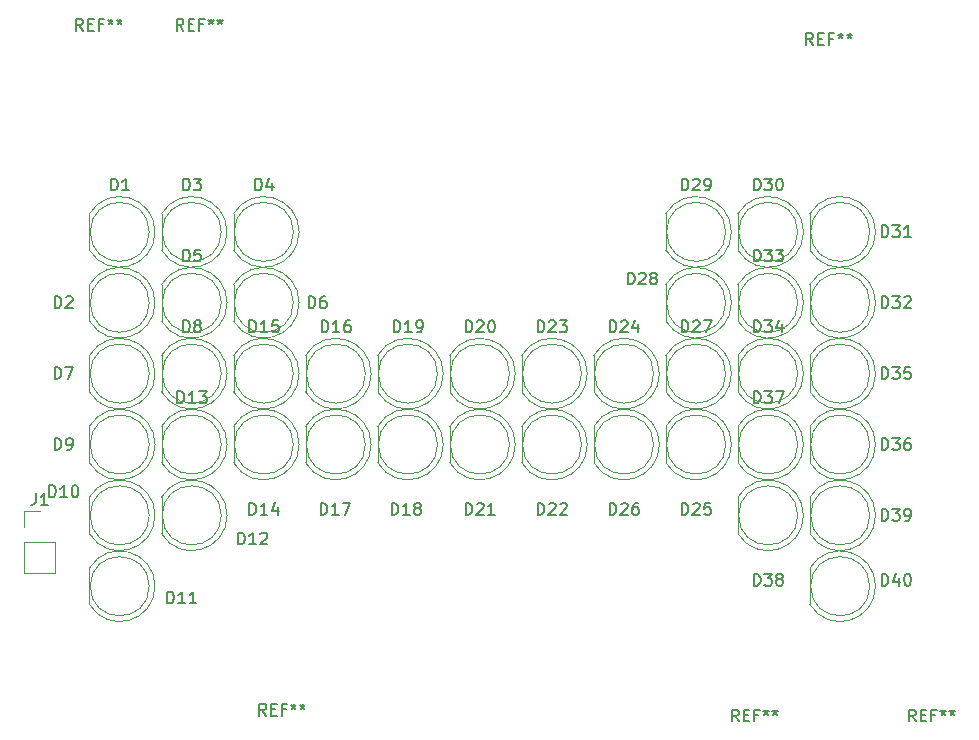
<source format=gbr>
%TF.GenerationSoftware,KiCad,Pcbnew,(5.1.6)-1*%
%TF.CreationDate,2021-04-07T20:28:44-04:00*%
%TF.ProjectId,2020-11-09-Browning-Recon-Force-Advantage-White-LED,32303230-2d31-4312-9d30-392d42726f77,rev?*%
%TF.SameCoordinates,Original*%
%TF.FileFunction,Legend,Top*%
%TF.FilePolarity,Positive*%
%FSLAX46Y46*%
G04 Gerber Fmt 4.6, Leading zero omitted, Abs format (unit mm)*
G04 Created by KiCad (PCBNEW (5.1.6)-1) date 2021-04-07 20:28:44*
%MOMM*%
%LPD*%
G01*
G04 APERTURE LIST*
%ADD10C,0.120000*%
%ADD11C,0.150000*%
G04 APERTURE END LIST*
D10*
%TO.C,D1*%
X140270000Y-76500000D02*
G75*
G03*
X140270000Y-76500000I-2500000J0D01*
G01*
X135210000Y-74955000D02*
X135210000Y-78045000D01*
X140760000Y-76499538D02*
G75*
G02*
X135210000Y-78044830I-2990000J-462D01*
G01*
X140760000Y-76500462D02*
G75*
G03*
X135210000Y-74955170I-2990000J462D01*
G01*
%TO.C,D2*%
X135210000Y-80955000D02*
X135210000Y-84045000D01*
X140270000Y-82500000D02*
G75*
G03*
X140270000Y-82500000I-2500000J0D01*
G01*
X140760000Y-82500462D02*
G75*
G03*
X135210000Y-80955170I-2990000J462D01*
G01*
X140760000Y-82499538D02*
G75*
G02*
X135210000Y-84044830I-2990000J-462D01*
G01*
%TO.C,D3*%
X141310000Y-74955000D02*
X141310000Y-78045000D01*
X146370000Y-76500000D02*
G75*
G03*
X146370000Y-76500000I-2500000J0D01*
G01*
X146860000Y-76500462D02*
G75*
G03*
X141310000Y-74955170I-2990000J462D01*
G01*
X146860000Y-76499538D02*
G75*
G02*
X141310000Y-78044830I-2990000J-462D01*
G01*
%TO.C,D4*%
X152470000Y-76500000D02*
G75*
G03*
X152470000Y-76500000I-2500000J0D01*
G01*
X147410000Y-74955000D02*
X147410000Y-78045000D01*
X152960000Y-76499538D02*
G75*
G02*
X147410000Y-78044830I-2990000J-462D01*
G01*
X152960000Y-76500462D02*
G75*
G03*
X147410000Y-74955170I-2990000J462D01*
G01*
%TO.C,D5*%
X141310000Y-80955000D02*
X141310000Y-84045000D01*
X146370000Y-82500000D02*
G75*
G03*
X146370000Y-82500000I-2500000J0D01*
G01*
X146860000Y-82500462D02*
G75*
G03*
X141310000Y-80955170I-2990000J462D01*
G01*
X146860000Y-82499538D02*
G75*
G02*
X141310000Y-84044830I-2990000J-462D01*
G01*
%TO.C,D6*%
X152470000Y-82500000D02*
G75*
G03*
X152470000Y-82500000I-2500000J0D01*
G01*
X147410000Y-80955000D02*
X147410000Y-84045000D01*
X152960000Y-82499538D02*
G75*
G02*
X147410000Y-84044830I-2990000J-462D01*
G01*
X152960000Y-82500462D02*
G75*
G03*
X147410000Y-80955170I-2990000J462D01*
G01*
%TO.C,D7*%
X135210000Y-86955000D02*
X135210000Y-90045000D01*
X140270000Y-88500000D02*
G75*
G03*
X140270000Y-88500000I-2500000J0D01*
G01*
X140760000Y-88500462D02*
G75*
G03*
X135210000Y-86955170I-2990000J462D01*
G01*
X140760000Y-88499538D02*
G75*
G02*
X135210000Y-90044830I-2990000J-462D01*
G01*
%TO.C,D8*%
X146370000Y-88500000D02*
G75*
G03*
X146370000Y-88500000I-2500000J0D01*
G01*
X141310000Y-86955000D02*
X141310000Y-90045000D01*
X146860000Y-88499538D02*
G75*
G02*
X141310000Y-90044830I-2990000J-462D01*
G01*
X146860000Y-88500462D02*
G75*
G03*
X141310000Y-86955170I-2990000J462D01*
G01*
%TO.C,D9*%
X135210000Y-92955000D02*
X135210000Y-96045000D01*
X140270000Y-94500000D02*
G75*
G03*
X140270000Y-94500000I-2500000J0D01*
G01*
X140760000Y-94500462D02*
G75*
G03*
X135210000Y-92955170I-2990000J462D01*
G01*
X140760000Y-94499538D02*
G75*
G02*
X135210000Y-96044830I-2990000J-462D01*
G01*
%TO.C,D10*%
X140270000Y-100500000D02*
G75*
G03*
X140270000Y-100500000I-2500000J0D01*
G01*
X135210000Y-98955000D02*
X135210000Y-102045000D01*
X140760000Y-100499538D02*
G75*
G02*
X135210000Y-102044830I-2990000J-462D01*
G01*
X140760000Y-100500462D02*
G75*
G03*
X135210000Y-98955170I-2990000J462D01*
G01*
%TO.C,D11*%
X135210000Y-104955000D02*
X135210000Y-108045000D01*
X140270000Y-106500000D02*
G75*
G03*
X140270000Y-106500000I-2500000J0D01*
G01*
X140760000Y-106500462D02*
G75*
G03*
X135210000Y-104955170I-2990000J462D01*
G01*
X140760000Y-106499538D02*
G75*
G02*
X135210000Y-108044830I-2990000J-462D01*
G01*
%TO.C,D12*%
X146370000Y-100500000D02*
G75*
G03*
X146370000Y-100500000I-2500000J0D01*
G01*
X141310000Y-98955000D02*
X141310000Y-102045000D01*
X146860000Y-100499538D02*
G75*
G02*
X141310000Y-102044830I-2990000J-462D01*
G01*
X146860000Y-100500462D02*
G75*
G03*
X141310000Y-98955170I-2990000J462D01*
G01*
%TO.C,D13*%
X141310000Y-92955000D02*
X141310000Y-96045000D01*
X146370000Y-94500000D02*
G75*
G03*
X146370000Y-94500000I-2500000J0D01*
G01*
X146860000Y-94500462D02*
G75*
G03*
X141310000Y-92955170I-2990000J462D01*
G01*
X146860000Y-94499538D02*
G75*
G02*
X141310000Y-96044830I-2990000J-462D01*
G01*
%TO.C,D14*%
X152470000Y-94500000D02*
G75*
G03*
X152470000Y-94500000I-2500000J0D01*
G01*
X147410000Y-92955000D02*
X147410000Y-96045000D01*
X152960000Y-94499538D02*
G75*
G02*
X147410000Y-96044830I-2990000J-462D01*
G01*
X152960000Y-94500462D02*
G75*
G03*
X147410000Y-92955170I-2990000J462D01*
G01*
%TO.C,D15*%
X147410000Y-86955000D02*
X147410000Y-90045000D01*
X152470000Y-88500000D02*
G75*
G03*
X152470000Y-88500000I-2500000J0D01*
G01*
X152960000Y-88500462D02*
G75*
G03*
X147410000Y-86955170I-2990000J462D01*
G01*
X152960000Y-88499538D02*
G75*
G02*
X147410000Y-90044830I-2990000J-462D01*
G01*
%TO.C,D16*%
X158570000Y-88500000D02*
G75*
G03*
X158570000Y-88500000I-2500000J0D01*
G01*
X153510000Y-86955000D02*
X153510000Y-90045000D01*
X159060000Y-88499538D02*
G75*
G02*
X153510000Y-90044830I-2990000J-462D01*
G01*
X159060000Y-88500462D02*
G75*
G03*
X153510000Y-86955170I-2990000J462D01*
G01*
%TO.C,D17*%
X153510000Y-92955000D02*
X153510000Y-96045000D01*
X158570000Y-94500000D02*
G75*
G03*
X158570000Y-94500000I-2500000J0D01*
G01*
X159060000Y-94500462D02*
G75*
G03*
X153510000Y-92955170I-2990000J462D01*
G01*
X159060000Y-94499538D02*
G75*
G02*
X153510000Y-96044830I-2990000J-462D01*
G01*
%TO.C,D18*%
X164670000Y-94500000D02*
G75*
G03*
X164670000Y-94500000I-2500000J0D01*
G01*
X159610000Y-92955000D02*
X159610000Y-96045000D01*
X165160000Y-94499538D02*
G75*
G02*
X159610000Y-96044830I-2990000J-462D01*
G01*
X165160000Y-94500462D02*
G75*
G03*
X159610000Y-92955170I-2990000J462D01*
G01*
%TO.C,D19*%
X159610000Y-86955000D02*
X159610000Y-90045000D01*
X164670000Y-88500000D02*
G75*
G03*
X164670000Y-88500000I-2500000J0D01*
G01*
X165160000Y-88500462D02*
G75*
G03*
X159610000Y-86955170I-2990000J462D01*
G01*
X165160000Y-88499538D02*
G75*
G02*
X159610000Y-90044830I-2990000J-462D01*
G01*
%TO.C,D20*%
X165710000Y-86955000D02*
X165710000Y-90045000D01*
X170770000Y-88500000D02*
G75*
G03*
X170770000Y-88500000I-2500000J0D01*
G01*
X171260000Y-88500462D02*
G75*
G03*
X165710000Y-86955170I-2990000J462D01*
G01*
X171260000Y-88499538D02*
G75*
G02*
X165710000Y-90044830I-2990000J-462D01*
G01*
%TO.C,D21*%
X170770000Y-94500000D02*
G75*
G03*
X170770000Y-94500000I-2500000J0D01*
G01*
X165710000Y-92955000D02*
X165710000Y-96045000D01*
X171260000Y-94499538D02*
G75*
G02*
X165710000Y-96044830I-2990000J-462D01*
G01*
X171260000Y-94500462D02*
G75*
G03*
X165710000Y-92955170I-2990000J462D01*
G01*
%TO.C,D22*%
X176870000Y-94500000D02*
G75*
G03*
X176870000Y-94500000I-2500000J0D01*
G01*
X171810000Y-92955000D02*
X171810000Y-96045000D01*
X177360000Y-94499538D02*
G75*
G02*
X171810000Y-96044830I-2990000J-462D01*
G01*
X177360000Y-94500462D02*
G75*
G03*
X171810000Y-92955170I-2990000J462D01*
G01*
%TO.C,D23*%
X171810000Y-86955000D02*
X171810000Y-90045000D01*
X176870000Y-88500000D02*
G75*
G03*
X176870000Y-88500000I-2500000J0D01*
G01*
X177360000Y-88500462D02*
G75*
G03*
X171810000Y-86955170I-2990000J462D01*
G01*
X177360000Y-88499538D02*
G75*
G02*
X171810000Y-90044830I-2990000J-462D01*
G01*
%TO.C,D24*%
X182970000Y-88500000D02*
G75*
G03*
X182970000Y-88500000I-2500000J0D01*
G01*
X177910000Y-86955000D02*
X177910000Y-90045000D01*
X183460000Y-88499538D02*
G75*
G02*
X177910000Y-90044830I-2990000J-462D01*
G01*
X183460000Y-88500462D02*
G75*
G03*
X177910000Y-86955170I-2990000J462D01*
G01*
%TO.C,D25*%
X184010000Y-92955000D02*
X184010000Y-96045000D01*
X189070000Y-94500000D02*
G75*
G03*
X189070000Y-94500000I-2500000J0D01*
G01*
X189560000Y-94500462D02*
G75*
G03*
X184010000Y-92955170I-2990000J462D01*
G01*
X189560000Y-94499538D02*
G75*
G02*
X184010000Y-96044830I-2990000J-462D01*
G01*
%TO.C,D26*%
X182970000Y-94500000D02*
G75*
G03*
X182970000Y-94500000I-2500000J0D01*
G01*
X177910000Y-92955000D02*
X177910000Y-96045000D01*
X183460000Y-94499538D02*
G75*
G02*
X177910000Y-96044830I-2990000J-462D01*
G01*
X183460000Y-94500462D02*
G75*
G03*
X177910000Y-92955170I-2990000J462D01*
G01*
%TO.C,D27*%
X184010000Y-86955000D02*
X184010000Y-90045000D01*
X189070000Y-88500000D02*
G75*
G03*
X189070000Y-88500000I-2500000J0D01*
G01*
X189560000Y-88500462D02*
G75*
G03*
X184010000Y-86955170I-2990000J462D01*
G01*
X189560000Y-88499538D02*
G75*
G02*
X184010000Y-90044830I-2990000J-462D01*
G01*
%TO.C,D28*%
X189070000Y-82500000D02*
G75*
G03*
X189070000Y-82500000I-2500000J0D01*
G01*
X184010000Y-80955000D02*
X184010000Y-84045000D01*
X189560000Y-82499538D02*
G75*
G02*
X184010000Y-84044830I-2990000J-462D01*
G01*
X189560000Y-82500462D02*
G75*
G03*
X184010000Y-80955170I-2990000J462D01*
G01*
%TO.C,D29*%
X184010000Y-74955000D02*
X184010000Y-78045000D01*
X189070000Y-76500000D02*
G75*
G03*
X189070000Y-76500000I-2500000J0D01*
G01*
X189560000Y-76500462D02*
G75*
G03*
X184010000Y-74955170I-2990000J462D01*
G01*
X189560000Y-76499538D02*
G75*
G02*
X184010000Y-78044830I-2990000J-462D01*
G01*
%TO.C,D30*%
X195170000Y-76500000D02*
G75*
G03*
X195170000Y-76500000I-2500000J0D01*
G01*
X190110000Y-74955000D02*
X190110000Y-78045000D01*
X195660000Y-76499538D02*
G75*
G02*
X190110000Y-78044830I-2990000J-462D01*
G01*
X195660000Y-76500462D02*
G75*
G03*
X190110000Y-74955170I-2990000J462D01*
G01*
%TO.C,D31*%
X196210000Y-74955000D02*
X196210000Y-78045000D01*
X201270000Y-76500000D02*
G75*
G03*
X201270000Y-76500000I-2500000J0D01*
G01*
X201760000Y-76500462D02*
G75*
G03*
X196210000Y-74955170I-2990000J462D01*
G01*
X201760000Y-76499538D02*
G75*
G02*
X196210000Y-78044830I-2990000J-462D01*
G01*
%TO.C,D32*%
X201270000Y-82500000D02*
G75*
G03*
X201270000Y-82500000I-2500000J0D01*
G01*
X196210000Y-80955000D02*
X196210000Y-84045000D01*
X201760000Y-82499538D02*
G75*
G02*
X196210000Y-84044830I-2990000J-462D01*
G01*
X201760000Y-82500462D02*
G75*
G03*
X196210000Y-80955170I-2990000J462D01*
G01*
%TO.C,D33*%
X190110000Y-80955000D02*
X190110000Y-84045000D01*
X195170000Y-82500000D02*
G75*
G03*
X195170000Y-82500000I-2500000J0D01*
G01*
X195660000Y-82500462D02*
G75*
G03*
X190110000Y-80955170I-2990000J462D01*
G01*
X195660000Y-82499538D02*
G75*
G02*
X190110000Y-84044830I-2990000J-462D01*
G01*
%TO.C,D34*%
X195170000Y-88500000D02*
G75*
G03*
X195170000Y-88500000I-2500000J0D01*
G01*
X190110000Y-86955000D02*
X190110000Y-90045000D01*
X195660000Y-88499538D02*
G75*
G02*
X190110000Y-90044830I-2990000J-462D01*
G01*
X195660000Y-88500462D02*
G75*
G03*
X190110000Y-86955170I-2990000J462D01*
G01*
%TO.C,D35*%
X196210000Y-86955000D02*
X196210000Y-90045000D01*
X201270000Y-88500000D02*
G75*
G03*
X201270000Y-88500000I-2500000J0D01*
G01*
X201760000Y-88500462D02*
G75*
G03*
X196210000Y-86955170I-2990000J462D01*
G01*
X201760000Y-88499538D02*
G75*
G02*
X196210000Y-90044830I-2990000J-462D01*
G01*
%TO.C,D36*%
X201270000Y-94500000D02*
G75*
G03*
X201270000Y-94500000I-2500000J0D01*
G01*
X196210000Y-92955000D02*
X196210000Y-96045000D01*
X201760000Y-94499538D02*
G75*
G02*
X196210000Y-96044830I-2990000J-462D01*
G01*
X201760000Y-94500462D02*
G75*
G03*
X196210000Y-92955170I-2990000J462D01*
G01*
%TO.C,D37*%
X190110000Y-92955000D02*
X190110000Y-96045000D01*
X195170000Y-94500000D02*
G75*
G03*
X195170000Y-94500000I-2500000J0D01*
G01*
X195660000Y-94500462D02*
G75*
G03*
X190110000Y-92955170I-2990000J462D01*
G01*
X195660000Y-94499538D02*
G75*
G02*
X190110000Y-96044830I-2990000J-462D01*
G01*
%TO.C,D38*%
X195170000Y-100500000D02*
G75*
G03*
X195170000Y-100500000I-2500000J0D01*
G01*
X190110000Y-98955000D02*
X190110000Y-102045000D01*
X195660000Y-100499538D02*
G75*
G02*
X190110000Y-102044830I-2990000J-462D01*
G01*
X195660000Y-100500462D02*
G75*
G03*
X190110000Y-98955170I-2990000J462D01*
G01*
%TO.C,D39*%
X196210000Y-98955000D02*
X196210000Y-102045000D01*
X201270000Y-100500000D02*
G75*
G03*
X201270000Y-100500000I-2500000J0D01*
G01*
X201760000Y-100500462D02*
G75*
G03*
X196210000Y-98955170I-2990000J462D01*
G01*
X201760000Y-100499538D02*
G75*
G02*
X196210000Y-102044830I-2990000J-462D01*
G01*
%TO.C,D40*%
X201270000Y-106500000D02*
G75*
G03*
X201270000Y-106500000I-2500000J0D01*
G01*
X196210000Y-104955000D02*
X196210000Y-108045000D01*
X201760000Y-106499538D02*
G75*
G02*
X196210000Y-108044830I-2990000J-462D01*
G01*
X201760000Y-106500462D02*
G75*
G03*
X196210000Y-104955170I-2990000J462D01*
G01*
%TO.C,J1*%
X129670000Y-100170000D02*
X131000000Y-100170000D01*
X129670000Y-101500000D02*
X129670000Y-100170000D01*
X129670000Y-102770000D02*
X132330000Y-102770000D01*
X132330000Y-102770000D02*
X132330000Y-105370000D01*
X129670000Y-102770000D02*
X129670000Y-105370000D01*
X129670000Y-105370000D02*
X132330000Y-105370000D01*
%TO.C,REF\u002A\u002A*%
D11*
X190166666Y-117952380D02*
X189833333Y-117476190D01*
X189595238Y-117952380D02*
X189595238Y-116952380D01*
X189976190Y-116952380D01*
X190071428Y-117000000D01*
X190119047Y-117047619D01*
X190166666Y-117142857D01*
X190166666Y-117285714D01*
X190119047Y-117380952D01*
X190071428Y-117428571D01*
X189976190Y-117476190D01*
X189595238Y-117476190D01*
X190595238Y-117428571D02*
X190928571Y-117428571D01*
X191071428Y-117952380D02*
X190595238Y-117952380D01*
X190595238Y-116952380D01*
X191071428Y-116952380D01*
X191833333Y-117428571D02*
X191500000Y-117428571D01*
X191500000Y-117952380D02*
X191500000Y-116952380D01*
X191976190Y-116952380D01*
X192500000Y-116952380D02*
X192500000Y-117190476D01*
X192261904Y-117095238D02*
X192500000Y-117190476D01*
X192738095Y-117095238D01*
X192357142Y-117380952D02*
X192500000Y-117190476D01*
X192642857Y-117380952D01*
X193261904Y-116952380D02*
X193261904Y-117190476D01*
X193023809Y-117095238D02*
X193261904Y-117190476D01*
X193500000Y-117095238D01*
X193119047Y-117380952D02*
X193261904Y-117190476D01*
X193404761Y-117380952D01*
X143166666Y-59452380D02*
X142833333Y-58976190D01*
X142595238Y-59452380D02*
X142595238Y-58452380D01*
X142976190Y-58452380D01*
X143071428Y-58500000D01*
X143119047Y-58547619D01*
X143166666Y-58642857D01*
X143166666Y-58785714D01*
X143119047Y-58880952D01*
X143071428Y-58928571D01*
X142976190Y-58976190D01*
X142595238Y-58976190D01*
X143595238Y-58928571D02*
X143928571Y-58928571D01*
X144071428Y-59452380D02*
X143595238Y-59452380D01*
X143595238Y-58452380D01*
X144071428Y-58452380D01*
X144833333Y-58928571D02*
X144500000Y-58928571D01*
X144500000Y-59452380D02*
X144500000Y-58452380D01*
X144976190Y-58452380D01*
X145500000Y-58452380D02*
X145500000Y-58690476D01*
X145261904Y-58595238D02*
X145500000Y-58690476D01*
X145738095Y-58595238D01*
X145357142Y-58880952D02*
X145500000Y-58690476D01*
X145642857Y-58880952D01*
X146261904Y-58452380D02*
X146261904Y-58690476D01*
X146023809Y-58595238D02*
X146261904Y-58690476D01*
X146500000Y-58595238D01*
X146119047Y-58880952D02*
X146261904Y-58690476D01*
X146404761Y-58880952D01*
X205166666Y-117952380D02*
X204833333Y-117476190D01*
X204595238Y-117952380D02*
X204595238Y-116952380D01*
X204976190Y-116952380D01*
X205071428Y-117000000D01*
X205119047Y-117047619D01*
X205166666Y-117142857D01*
X205166666Y-117285714D01*
X205119047Y-117380952D01*
X205071428Y-117428571D01*
X204976190Y-117476190D01*
X204595238Y-117476190D01*
X205595238Y-117428571D02*
X205928571Y-117428571D01*
X206071428Y-117952380D02*
X205595238Y-117952380D01*
X205595238Y-116952380D01*
X206071428Y-116952380D01*
X206833333Y-117428571D02*
X206500000Y-117428571D01*
X206500000Y-117952380D02*
X206500000Y-116952380D01*
X206976190Y-116952380D01*
X207500000Y-116952380D02*
X207500000Y-117190476D01*
X207261904Y-117095238D02*
X207500000Y-117190476D01*
X207738095Y-117095238D01*
X207357142Y-117380952D02*
X207500000Y-117190476D01*
X207642857Y-117380952D01*
X208261904Y-116952380D02*
X208261904Y-117190476D01*
X208023809Y-117095238D02*
X208261904Y-117190476D01*
X208500000Y-117095238D01*
X208119047Y-117380952D02*
X208261904Y-117190476D01*
X208404761Y-117380952D01*
X150166666Y-117452380D02*
X149833333Y-116976190D01*
X149595238Y-117452380D02*
X149595238Y-116452380D01*
X149976190Y-116452380D01*
X150071428Y-116500000D01*
X150119047Y-116547619D01*
X150166666Y-116642857D01*
X150166666Y-116785714D01*
X150119047Y-116880952D01*
X150071428Y-116928571D01*
X149976190Y-116976190D01*
X149595238Y-116976190D01*
X150595238Y-116928571D02*
X150928571Y-116928571D01*
X151071428Y-117452380D02*
X150595238Y-117452380D01*
X150595238Y-116452380D01*
X151071428Y-116452380D01*
X151833333Y-116928571D02*
X151500000Y-116928571D01*
X151500000Y-117452380D02*
X151500000Y-116452380D01*
X151976190Y-116452380D01*
X152500000Y-116452380D02*
X152500000Y-116690476D01*
X152261904Y-116595238D02*
X152500000Y-116690476D01*
X152738095Y-116595238D01*
X152357142Y-116880952D02*
X152500000Y-116690476D01*
X152642857Y-116880952D01*
X153261904Y-116452380D02*
X153261904Y-116690476D01*
X153023809Y-116595238D02*
X153261904Y-116690476D01*
X153500000Y-116595238D01*
X153119047Y-116880952D02*
X153261904Y-116690476D01*
X153404761Y-116880952D01*
X134666666Y-59452380D02*
X134333333Y-58976190D01*
X134095238Y-59452380D02*
X134095238Y-58452380D01*
X134476190Y-58452380D01*
X134571428Y-58500000D01*
X134619047Y-58547619D01*
X134666666Y-58642857D01*
X134666666Y-58785714D01*
X134619047Y-58880952D01*
X134571428Y-58928571D01*
X134476190Y-58976190D01*
X134095238Y-58976190D01*
X135095238Y-58928571D02*
X135428571Y-58928571D01*
X135571428Y-59452380D02*
X135095238Y-59452380D01*
X135095238Y-58452380D01*
X135571428Y-58452380D01*
X136333333Y-58928571D02*
X136000000Y-58928571D01*
X136000000Y-59452380D02*
X136000000Y-58452380D01*
X136476190Y-58452380D01*
X137000000Y-58452380D02*
X137000000Y-58690476D01*
X136761904Y-58595238D02*
X137000000Y-58690476D01*
X137238095Y-58595238D01*
X136857142Y-58880952D02*
X137000000Y-58690476D01*
X137142857Y-58880952D01*
X137761904Y-58452380D02*
X137761904Y-58690476D01*
X137523809Y-58595238D02*
X137761904Y-58690476D01*
X138000000Y-58595238D01*
X137619047Y-58880952D02*
X137761904Y-58690476D01*
X137904761Y-58880952D01*
X196466666Y-60652380D02*
X196133333Y-60176190D01*
X195895238Y-60652380D02*
X195895238Y-59652380D01*
X196276190Y-59652380D01*
X196371428Y-59700000D01*
X196419047Y-59747619D01*
X196466666Y-59842857D01*
X196466666Y-59985714D01*
X196419047Y-60080952D01*
X196371428Y-60128571D01*
X196276190Y-60176190D01*
X195895238Y-60176190D01*
X196895238Y-60128571D02*
X197228571Y-60128571D01*
X197371428Y-60652380D02*
X196895238Y-60652380D01*
X196895238Y-59652380D01*
X197371428Y-59652380D01*
X198133333Y-60128571D02*
X197800000Y-60128571D01*
X197800000Y-60652380D02*
X197800000Y-59652380D01*
X198276190Y-59652380D01*
X198800000Y-59652380D02*
X198800000Y-59890476D01*
X198561904Y-59795238D02*
X198800000Y-59890476D01*
X199038095Y-59795238D01*
X198657142Y-60080952D02*
X198800000Y-59890476D01*
X198942857Y-60080952D01*
X199561904Y-59652380D02*
X199561904Y-59890476D01*
X199323809Y-59795238D02*
X199561904Y-59890476D01*
X199800000Y-59795238D01*
X199419047Y-60080952D02*
X199561904Y-59890476D01*
X199704761Y-60080952D01*
%TO.C,D1*%
X137031904Y-72992380D02*
X137031904Y-71992380D01*
X137270000Y-71992380D01*
X137412857Y-72040000D01*
X137508095Y-72135238D01*
X137555714Y-72230476D01*
X137603333Y-72420952D01*
X137603333Y-72563809D01*
X137555714Y-72754285D01*
X137508095Y-72849523D01*
X137412857Y-72944761D01*
X137270000Y-72992380D01*
X137031904Y-72992380D01*
X138555714Y-72992380D02*
X137984285Y-72992380D01*
X138270000Y-72992380D02*
X138270000Y-71992380D01*
X138174761Y-72135238D01*
X138079523Y-72230476D01*
X137984285Y-72278095D01*
%TO.C,D2*%
X132261904Y-82952380D02*
X132261904Y-81952380D01*
X132500000Y-81952380D01*
X132642857Y-82000000D01*
X132738095Y-82095238D01*
X132785714Y-82190476D01*
X132833333Y-82380952D01*
X132833333Y-82523809D01*
X132785714Y-82714285D01*
X132738095Y-82809523D01*
X132642857Y-82904761D01*
X132500000Y-82952380D01*
X132261904Y-82952380D01*
X133214285Y-82047619D02*
X133261904Y-82000000D01*
X133357142Y-81952380D01*
X133595238Y-81952380D01*
X133690476Y-82000000D01*
X133738095Y-82047619D01*
X133785714Y-82142857D01*
X133785714Y-82238095D01*
X133738095Y-82380952D01*
X133166666Y-82952380D01*
X133785714Y-82952380D01*
%TO.C,D3*%
X143131904Y-72992380D02*
X143131904Y-71992380D01*
X143370000Y-71992380D01*
X143512857Y-72040000D01*
X143608095Y-72135238D01*
X143655714Y-72230476D01*
X143703333Y-72420952D01*
X143703333Y-72563809D01*
X143655714Y-72754285D01*
X143608095Y-72849523D01*
X143512857Y-72944761D01*
X143370000Y-72992380D01*
X143131904Y-72992380D01*
X144036666Y-71992380D02*
X144655714Y-71992380D01*
X144322380Y-72373333D01*
X144465238Y-72373333D01*
X144560476Y-72420952D01*
X144608095Y-72468571D01*
X144655714Y-72563809D01*
X144655714Y-72801904D01*
X144608095Y-72897142D01*
X144560476Y-72944761D01*
X144465238Y-72992380D01*
X144179523Y-72992380D01*
X144084285Y-72944761D01*
X144036666Y-72897142D01*
%TO.C,D4*%
X149231904Y-72992380D02*
X149231904Y-71992380D01*
X149470000Y-71992380D01*
X149612857Y-72040000D01*
X149708095Y-72135238D01*
X149755714Y-72230476D01*
X149803333Y-72420952D01*
X149803333Y-72563809D01*
X149755714Y-72754285D01*
X149708095Y-72849523D01*
X149612857Y-72944761D01*
X149470000Y-72992380D01*
X149231904Y-72992380D01*
X150660476Y-72325714D02*
X150660476Y-72992380D01*
X150422380Y-71944761D02*
X150184285Y-72659047D01*
X150803333Y-72659047D01*
%TO.C,D5*%
X143131904Y-78992380D02*
X143131904Y-77992380D01*
X143370000Y-77992380D01*
X143512857Y-78040000D01*
X143608095Y-78135238D01*
X143655714Y-78230476D01*
X143703333Y-78420952D01*
X143703333Y-78563809D01*
X143655714Y-78754285D01*
X143608095Y-78849523D01*
X143512857Y-78944761D01*
X143370000Y-78992380D01*
X143131904Y-78992380D01*
X144608095Y-77992380D02*
X144131904Y-77992380D01*
X144084285Y-78468571D01*
X144131904Y-78420952D01*
X144227142Y-78373333D01*
X144465238Y-78373333D01*
X144560476Y-78420952D01*
X144608095Y-78468571D01*
X144655714Y-78563809D01*
X144655714Y-78801904D01*
X144608095Y-78897142D01*
X144560476Y-78944761D01*
X144465238Y-78992380D01*
X144227142Y-78992380D01*
X144131904Y-78944761D01*
X144084285Y-78897142D01*
%TO.C,D6*%
X153761904Y-82952380D02*
X153761904Y-81952380D01*
X154000000Y-81952380D01*
X154142857Y-82000000D01*
X154238095Y-82095238D01*
X154285714Y-82190476D01*
X154333333Y-82380952D01*
X154333333Y-82523809D01*
X154285714Y-82714285D01*
X154238095Y-82809523D01*
X154142857Y-82904761D01*
X154000000Y-82952380D01*
X153761904Y-82952380D01*
X155190476Y-81952380D02*
X155000000Y-81952380D01*
X154904761Y-82000000D01*
X154857142Y-82047619D01*
X154761904Y-82190476D01*
X154714285Y-82380952D01*
X154714285Y-82761904D01*
X154761904Y-82857142D01*
X154809523Y-82904761D01*
X154904761Y-82952380D01*
X155095238Y-82952380D01*
X155190476Y-82904761D01*
X155238095Y-82857142D01*
X155285714Y-82761904D01*
X155285714Y-82523809D01*
X155238095Y-82428571D01*
X155190476Y-82380952D01*
X155095238Y-82333333D01*
X154904761Y-82333333D01*
X154809523Y-82380952D01*
X154761904Y-82428571D01*
X154714285Y-82523809D01*
%TO.C,D7*%
X132261904Y-88952380D02*
X132261904Y-87952380D01*
X132500000Y-87952380D01*
X132642857Y-88000000D01*
X132738095Y-88095238D01*
X132785714Y-88190476D01*
X132833333Y-88380952D01*
X132833333Y-88523809D01*
X132785714Y-88714285D01*
X132738095Y-88809523D01*
X132642857Y-88904761D01*
X132500000Y-88952380D01*
X132261904Y-88952380D01*
X133166666Y-87952380D02*
X133833333Y-87952380D01*
X133404761Y-88952380D01*
%TO.C,D8*%
X143131904Y-84992380D02*
X143131904Y-83992380D01*
X143370000Y-83992380D01*
X143512857Y-84040000D01*
X143608095Y-84135238D01*
X143655714Y-84230476D01*
X143703333Y-84420952D01*
X143703333Y-84563809D01*
X143655714Y-84754285D01*
X143608095Y-84849523D01*
X143512857Y-84944761D01*
X143370000Y-84992380D01*
X143131904Y-84992380D01*
X144274761Y-84420952D02*
X144179523Y-84373333D01*
X144131904Y-84325714D01*
X144084285Y-84230476D01*
X144084285Y-84182857D01*
X144131904Y-84087619D01*
X144179523Y-84040000D01*
X144274761Y-83992380D01*
X144465238Y-83992380D01*
X144560476Y-84040000D01*
X144608095Y-84087619D01*
X144655714Y-84182857D01*
X144655714Y-84230476D01*
X144608095Y-84325714D01*
X144560476Y-84373333D01*
X144465238Y-84420952D01*
X144274761Y-84420952D01*
X144179523Y-84468571D01*
X144131904Y-84516190D01*
X144084285Y-84611428D01*
X144084285Y-84801904D01*
X144131904Y-84897142D01*
X144179523Y-84944761D01*
X144274761Y-84992380D01*
X144465238Y-84992380D01*
X144560476Y-84944761D01*
X144608095Y-84897142D01*
X144655714Y-84801904D01*
X144655714Y-84611428D01*
X144608095Y-84516190D01*
X144560476Y-84468571D01*
X144465238Y-84420952D01*
%TO.C,D9*%
X132261904Y-94952380D02*
X132261904Y-93952380D01*
X132500000Y-93952380D01*
X132642857Y-94000000D01*
X132738095Y-94095238D01*
X132785714Y-94190476D01*
X132833333Y-94380952D01*
X132833333Y-94523809D01*
X132785714Y-94714285D01*
X132738095Y-94809523D01*
X132642857Y-94904761D01*
X132500000Y-94952380D01*
X132261904Y-94952380D01*
X133309523Y-94952380D02*
X133500000Y-94952380D01*
X133595238Y-94904761D01*
X133642857Y-94857142D01*
X133738095Y-94714285D01*
X133785714Y-94523809D01*
X133785714Y-94142857D01*
X133738095Y-94047619D01*
X133690476Y-94000000D01*
X133595238Y-93952380D01*
X133404761Y-93952380D01*
X133309523Y-94000000D01*
X133261904Y-94047619D01*
X133214285Y-94142857D01*
X133214285Y-94380952D01*
X133261904Y-94476190D01*
X133309523Y-94523809D01*
X133404761Y-94571428D01*
X133595238Y-94571428D01*
X133690476Y-94523809D01*
X133738095Y-94476190D01*
X133785714Y-94380952D01*
%TO.C,D10*%
X131785714Y-98952380D02*
X131785714Y-97952380D01*
X132023809Y-97952380D01*
X132166666Y-98000000D01*
X132261904Y-98095238D01*
X132309523Y-98190476D01*
X132357142Y-98380952D01*
X132357142Y-98523809D01*
X132309523Y-98714285D01*
X132261904Y-98809523D01*
X132166666Y-98904761D01*
X132023809Y-98952380D01*
X131785714Y-98952380D01*
X133309523Y-98952380D02*
X132738095Y-98952380D01*
X133023809Y-98952380D02*
X133023809Y-97952380D01*
X132928571Y-98095238D01*
X132833333Y-98190476D01*
X132738095Y-98238095D01*
X133928571Y-97952380D02*
X134023809Y-97952380D01*
X134119047Y-98000000D01*
X134166666Y-98047619D01*
X134214285Y-98142857D01*
X134261904Y-98333333D01*
X134261904Y-98571428D01*
X134214285Y-98761904D01*
X134166666Y-98857142D01*
X134119047Y-98904761D01*
X134023809Y-98952380D01*
X133928571Y-98952380D01*
X133833333Y-98904761D01*
X133785714Y-98857142D01*
X133738095Y-98761904D01*
X133690476Y-98571428D01*
X133690476Y-98333333D01*
X133738095Y-98142857D01*
X133785714Y-98047619D01*
X133833333Y-98000000D01*
X133928571Y-97952380D01*
%TO.C,D11*%
X141785714Y-107952380D02*
X141785714Y-106952380D01*
X142023809Y-106952380D01*
X142166666Y-107000000D01*
X142261904Y-107095238D01*
X142309523Y-107190476D01*
X142357142Y-107380952D01*
X142357142Y-107523809D01*
X142309523Y-107714285D01*
X142261904Y-107809523D01*
X142166666Y-107904761D01*
X142023809Y-107952380D01*
X141785714Y-107952380D01*
X143309523Y-107952380D02*
X142738095Y-107952380D01*
X143023809Y-107952380D02*
X143023809Y-106952380D01*
X142928571Y-107095238D01*
X142833333Y-107190476D01*
X142738095Y-107238095D01*
X144261904Y-107952380D02*
X143690476Y-107952380D01*
X143976190Y-107952380D02*
X143976190Y-106952380D01*
X143880952Y-107095238D01*
X143785714Y-107190476D01*
X143690476Y-107238095D01*
%TO.C,D12*%
X147785714Y-102952380D02*
X147785714Y-101952380D01*
X148023809Y-101952380D01*
X148166666Y-102000000D01*
X148261904Y-102095238D01*
X148309523Y-102190476D01*
X148357142Y-102380952D01*
X148357142Y-102523809D01*
X148309523Y-102714285D01*
X148261904Y-102809523D01*
X148166666Y-102904761D01*
X148023809Y-102952380D01*
X147785714Y-102952380D01*
X149309523Y-102952380D02*
X148738095Y-102952380D01*
X149023809Y-102952380D02*
X149023809Y-101952380D01*
X148928571Y-102095238D01*
X148833333Y-102190476D01*
X148738095Y-102238095D01*
X149690476Y-102047619D02*
X149738095Y-102000000D01*
X149833333Y-101952380D01*
X150071428Y-101952380D01*
X150166666Y-102000000D01*
X150214285Y-102047619D01*
X150261904Y-102142857D01*
X150261904Y-102238095D01*
X150214285Y-102380952D01*
X149642857Y-102952380D01*
X150261904Y-102952380D01*
%TO.C,D13*%
X142655714Y-90992380D02*
X142655714Y-89992380D01*
X142893809Y-89992380D01*
X143036666Y-90040000D01*
X143131904Y-90135238D01*
X143179523Y-90230476D01*
X143227142Y-90420952D01*
X143227142Y-90563809D01*
X143179523Y-90754285D01*
X143131904Y-90849523D01*
X143036666Y-90944761D01*
X142893809Y-90992380D01*
X142655714Y-90992380D01*
X144179523Y-90992380D02*
X143608095Y-90992380D01*
X143893809Y-90992380D02*
X143893809Y-89992380D01*
X143798571Y-90135238D01*
X143703333Y-90230476D01*
X143608095Y-90278095D01*
X144512857Y-89992380D02*
X145131904Y-89992380D01*
X144798571Y-90373333D01*
X144941428Y-90373333D01*
X145036666Y-90420952D01*
X145084285Y-90468571D01*
X145131904Y-90563809D01*
X145131904Y-90801904D01*
X145084285Y-90897142D01*
X145036666Y-90944761D01*
X144941428Y-90992380D01*
X144655714Y-90992380D01*
X144560476Y-90944761D01*
X144512857Y-90897142D01*
%TO.C,D14*%
X148755714Y-100452380D02*
X148755714Y-99452380D01*
X148993809Y-99452380D01*
X149136666Y-99500000D01*
X149231904Y-99595238D01*
X149279523Y-99690476D01*
X149327142Y-99880952D01*
X149327142Y-100023809D01*
X149279523Y-100214285D01*
X149231904Y-100309523D01*
X149136666Y-100404761D01*
X148993809Y-100452380D01*
X148755714Y-100452380D01*
X150279523Y-100452380D02*
X149708095Y-100452380D01*
X149993809Y-100452380D02*
X149993809Y-99452380D01*
X149898571Y-99595238D01*
X149803333Y-99690476D01*
X149708095Y-99738095D01*
X151136666Y-99785714D02*
X151136666Y-100452380D01*
X150898571Y-99404761D02*
X150660476Y-100119047D01*
X151279523Y-100119047D01*
%TO.C,D15*%
X148755714Y-84992380D02*
X148755714Y-83992380D01*
X148993809Y-83992380D01*
X149136666Y-84040000D01*
X149231904Y-84135238D01*
X149279523Y-84230476D01*
X149327142Y-84420952D01*
X149327142Y-84563809D01*
X149279523Y-84754285D01*
X149231904Y-84849523D01*
X149136666Y-84944761D01*
X148993809Y-84992380D01*
X148755714Y-84992380D01*
X150279523Y-84992380D02*
X149708095Y-84992380D01*
X149993809Y-84992380D02*
X149993809Y-83992380D01*
X149898571Y-84135238D01*
X149803333Y-84230476D01*
X149708095Y-84278095D01*
X151184285Y-83992380D02*
X150708095Y-83992380D01*
X150660476Y-84468571D01*
X150708095Y-84420952D01*
X150803333Y-84373333D01*
X151041428Y-84373333D01*
X151136666Y-84420952D01*
X151184285Y-84468571D01*
X151231904Y-84563809D01*
X151231904Y-84801904D01*
X151184285Y-84897142D01*
X151136666Y-84944761D01*
X151041428Y-84992380D01*
X150803333Y-84992380D01*
X150708095Y-84944761D01*
X150660476Y-84897142D01*
%TO.C,D16*%
X154855714Y-84992380D02*
X154855714Y-83992380D01*
X155093809Y-83992380D01*
X155236666Y-84040000D01*
X155331904Y-84135238D01*
X155379523Y-84230476D01*
X155427142Y-84420952D01*
X155427142Y-84563809D01*
X155379523Y-84754285D01*
X155331904Y-84849523D01*
X155236666Y-84944761D01*
X155093809Y-84992380D01*
X154855714Y-84992380D01*
X156379523Y-84992380D02*
X155808095Y-84992380D01*
X156093809Y-84992380D02*
X156093809Y-83992380D01*
X155998571Y-84135238D01*
X155903333Y-84230476D01*
X155808095Y-84278095D01*
X157236666Y-83992380D02*
X157046190Y-83992380D01*
X156950952Y-84040000D01*
X156903333Y-84087619D01*
X156808095Y-84230476D01*
X156760476Y-84420952D01*
X156760476Y-84801904D01*
X156808095Y-84897142D01*
X156855714Y-84944761D01*
X156950952Y-84992380D01*
X157141428Y-84992380D01*
X157236666Y-84944761D01*
X157284285Y-84897142D01*
X157331904Y-84801904D01*
X157331904Y-84563809D01*
X157284285Y-84468571D01*
X157236666Y-84420952D01*
X157141428Y-84373333D01*
X156950952Y-84373333D01*
X156855714Y-84420952D01*
X156808095Y-84468571D01*
X156760476Y-84563809D01*
%TO.C,D17*%
X154785714Y-100452380D02*
X154785714Y-99452380D01*
X155023809Y-99452380D01*
X155166666Y-99500000D01*
X155261904Y-99595238D01*
X155309523Y-99690476D01*
X155357142Y-99880952D01*
X155357142Y-100023809D01*
X155309523Y-100214285D01*
X155261904Y-100309523D01*
X155166666Y-100404761D01*
X155023809Y-100452380D01*
X154785714Y-100452380D01*
X156309523Y-100452380D02*
X155738095Y-100452380D01*
X156023809Y-100452380D02*
X156023809Y-99452380D01*
X155928571Y-99595238D01*
X155833333Y-99690476D01*
X155738095Y-99738095D01*
X156642857Y-99452380D02*
X157309523Y-99452380D01*
X156880952Y-100452380D01*
%TO.C,D18*%
X160785714Y-100452380D02*
X160785714Y-99452380D01*
X161023809Y-99452380D01*
X161166666Y-99500000D01*
X161261904Y-99595238D01*
X161309523Y-99690476D01*
X161357142Y-99880952D01*
X161357142Y-100023809D01*
X161309523Y-100214285D01*
X161261904Y-100309523D01*
X161166666Y-100404761D01*
X161023809Y-100452380D01*
X160785714Y-100452380D01*
X162309523Y-100452380D02*
X161738095Y-100452380D01*
X162023809Y-100452380D02*
X162023809Y-99452380D01*
X161928571Y-99595238D01*
X161833333Y-99690476D01*
X161738095Y-99738095D01*
X162880952Y-99880952D02*
X162785714Y-99833333D01*
X162738095Y-99785714D01*
X162690476Y-99690476D01*
X162690476Y-99642857D01*
X162738095Y-99547619D01*
X162785714Y-99500000D01*
X162880952Y-99452380D01*
X163071428Y-99452380D01*
X163166666Y-99500000D01*
X163214285Y-99547619D01*
X163261904Y-99642857D01*
X163261904Y-99690476D01*
X163214285Y-99785714D01*
X163166666Y-99833333D01*
X163071428Y-99880952D01*
X162880952Y-99880952D01*
X162785714Y-99928571D01*
X162738095Y-99976190D01*
X162690476Y-100071428D01*
X162690476Y-100261904D01*
X162738095Y-100357142D01*
X162785714Y-100404761D01*
X162880952Y-100452380D01*
X163071428Y-100452380D01*
X163166666Y-100404761D01*
X163214285Y-100357142D01*
X163261904Y-100261904D01*
X163261904Y-100071428D01*
X163214285Y-99976190D01*
X163166666Y-99928571D01*
X163071428Y-99880952D01*
%TO.C,D19*%
X160955714Y-84992380D02*
X160955714Y-83992380D01*
X161193809Y-83992380D01*
X161336666Y-84040000D01*
X161431904Y-84135238D01*
X161479523Y-84230476D01*
X161527142Y-84420952D01*
X161527142Y-84563809D01*
X161479523Y-84754285D01*
X161431904Y-84849523D01*
X161336666Y-84944761D01*
X161193809Y-84992380D01*
X160955714Y-84992380D01*
X162479523Y-84992380D02*
X161908095Y-84992380D01*
X162193809Y-84992380D02*
X162193809Y-83992380D01*
X162098571Y-84135238D01*
X162003333Y-84230476D01*
X161908095Y-84278095D01*
X162955714Y-84992380D02*
X163146190Y-84992380D01*
X163241428Y-84944761D01*
X163289047Y-84897142D01*
X163384285Y-84754285D01*
X163431904Y-84563809D01*
X163431904Y-84182857D01*
X163384285Y-84087619D01*
X163336666Y-84040000D01*
X163241428Y-83992380D01*
X163050952Y-83992380D01*
X162955714Y-84040000D01*
X162908095Y-84087619D01*
X162860476Y-84182857D01*
X162860476Y-84420952D01*
X162908095Y-84516190D01*
X162955714Y-84563809D01*
X163050952Y-84611428D01*
X163241428Y-84611428D01*
X163336666Y-84563809D01*
X163384285Y-84516190D01*
X163431904Y-84420952D01*
%TO.C,D20*%
X167055714Y-84992380D02*
X167055714Y-83992380D01*
X167293809Y-83992380D01*
X167436666Y-84040000D01*
X167531904Y-84135238D01*
X167579523Y-84230476D01*
X167627142Y-84420952D01*
X167627142Y-84563809D01*
X167579523Y-84754285D01*
X167531904Y-84849523D01*
X167436666Y-84944761D01*
X167293809Y-84992380D01*
X167055714Y-84992380D01*
X168008095Y-84087619D02*
X168055714Y-84040000D01*
X168150952Y-83992380D01*
X168389047Y-83992380D01*
X168484285Y-84040000D01*
X168531904Y-84087619D01*
X168579523Y-84182857D01*
X168579523Y-84278095D01*
X168531904Y-84420952D01*
X167960476Y-84992380D01*
X168579523Y-84992380D01*
X169198571Y-83992380D02*
X169293809Y-83992380D01*
X169389047Y-84040000D01*
X169436666Y-84087619D01*
X169484285Y-84182857D01*
X169531904Y-84373333D01*
X169531904Y-84611428D01*
X169484285Y-84801904D01*
X169436666Y-84897142D01*
X169389047Y-84944761D01*
X169293809Y-84992380D01*
X169198571Y-84992380D01*
X169103333Y-84944761D01*
X169055714Y-84897142D01*
X169008095Y-84801904D01*
X168960476Y-84611428D01*
X168960476Y-84373333D01*
X169008095Y-84182857D01*
X169055714Y-84087619D01*
X169103333Y-84040000D01*
X169198571Y-83992380D01*
%TO.C,D21*%
X167055714Y-100452380D02*
X167055714Y-99452380D01*
X167293809Y-99452380D01*
X167436666Y-99500000D01*
X167531904Y-99595238D01*
X167579523Y-99690476D01*
X167627142Y-99880952D01*
X167627142Y-100023809D01*
X167579523Y-100214285D01*
X167531904Y-100309523D01*
X167436666Y-100404761D01*
X167293809Y-100452380D01*
X167055714Y-100452380D01*
X168008095Y-99547619D02*
X168055714Y-99500000D01*
X168150952Y-99452380D01*
X168389047Y-99452380D01*
X168484285Y-99500000D01*
X168531904Y-99547619D01*
X168579523Y-99642857D01*
X168579523Y-99738095D01*
X168531904Y-99880952D01*
X167960476Y-100452380D01*
X168579523Y-100452380D01*
X169531904Y-100452380D02*
X168960476Y-100452380D01*
X169246190Y-100452380D02*
X169246190Y-99452380D01*
X169150952Y-99595238D01*
X169055714Y-99690476D01*
X168960476Y-99738095D01*
%TO.C,D22*%
X173155714Y-100452380D02*
X173155714Y-99452380D01*
X173393809Y-99452380D01*
X173536666Y-99500000D01*
X173631904Y-99595238D01*
X173679523Y-99690476D01*
X173727142Y-99880952D01*
X173727142Y-100023809D01*
X173679523Y-100214285D01*
X173631904Y-100309523D01*
X173536666Y-100404761D01*
X173393809Y-100452380D01*
X173155714Y-100452380D01*
X174108095Y-99547619D02*
X174155714Y-99500000D01*
X174250952Y-99452380D01*
X174489047Y-99452380D01*
X174584285Y-99500000D01*
X174631904Y-99547619D01*
X174679523Y-99642857D01*
X174679523Y-99738095D01*
X174631904Y-99880952D01*
X174060476Y-100452380D01*
X174679523Y-100452380D01*
X175060476Y-99547619D02*
X175108095Y-99500000D01*
X175203333Y-99452380D01*
X175441428Y-99452380D01*
X175536666Y-99500000D01*
X175584285Y-99547619D01*
X175631904Y-99642857D01*
X175631904Y-99738095D01*
X175584285Y-99880952D01*
X175012857Y-100452380D01*
X175631904Y-100452380D01*
%TO.C,D23*%
X173155714Y-84992380D02*
X173155714Y-83992380D01*
X173393809Y-83992380D01*
X173536666Y-84040000D01*
X173631904Y-84135238D01*
X173679523Y-84230476D01*
X173727142Y-84420952D01*
X173727142Y-84563809D01*
X173679523Y-84754285D01*
X173631904Y-84849523D01*
X173536666Y-84944761D01*
X173393809Y-84992380D01*
X173155714Y-84992380D01*
X174108095Y-84087619D02*
X174155714Y-84040000D01*
X174250952Y-83992380D01*
X174489047Y-83992380D01*
X174584285Y-84040000D01*
X174631904Y-84087619D01*
X174679523Y-84182857D01*
X174679523Y-84278095D01*
X174631904Y-84420952D01*
X174060476Y-84992380D01*
X174679523Y-84992380D01*
X175012857Y-83992380D02*
X175631904Y-83992380D01*
X175298571Y-84373333D01*
X175441428Y-84373333D01*
X175536666Y-84420952D01*
X175584285Y-84468571D01*
X175631904Y-84563809D01*
X175631904Y-84801904D01*
X175584285Y-84897142D01*
X175536666Y-84944761D01*
X175441428Y-84992380D01*
X175155714Y-84992380D01*
X175060476Y-84944761D01*
X175012857Y-84897142D01*
%TO.C,D24*%
X179255714Y-84992380D02*
X179255714Y-83992380D01*
X179493809Y-83992380D01*
X179636666Y-84040000D01*
X179731904Y-84135238D01*
X179779523Y-84230476D01*
X179827142Y-84420952D01*
X179827142Y-84563809D01*
X179779523Y-84754285D01*
X179731904Y-84849523D01*
X179636666Y-84944761D01*
X179493809Y-84992380D01*
X179255714Y-84992380D01*
X180208095Y-84087619D02*
X180255714Y-84040000D01*
X180350952Y-83992380D01*
X180589047Y-83992380D01*
X180684285Y-84040000D01*
X180731904Y-84087619D01*
X180779523Y-84182857D01*
X180779523Y-84278095D01*
X180731904Y-84420952D01*
X180160476Y-84992380D01*
X180779523Y-84992380D01*
X181636666Y-84325714D02*
X181636666Y-84992380D01*
X181398571Y-83944761D02*
X181160476Y-84659047D01*
X181779523Y-84659047D01*
%TO.C,D25*%
X185355714Y-100452380D02*
X185355714Y-99452380D01*
X185593809Y-99452380D01*
X185736666Y-99500000D01*
X185831904Y-99595238D01*
X185879523Y-99690476D01*
X185927142Y-99880952D01*
X185927142Y-100023809D01*
X185879523Y-100214285D01*
X185831904Y-100309523D01*
X185736666Y-100404761D01*
X185593809Y-100452380D01*
X185355714Y-100452380D01*
X186308095Y-99547619D02*
X186355714Y-99500000D01*
X186450952Y-99452380D01*
X186689047Y-99452380D01*
X186784285Y-99500000D01*
X186831904Y-99547619D01*
X186879523Y-99642857D01*
X186879523Y-99738095D01*
X186831904Y-99880952D01*
X186260476Y-100452380D01*
X186879523Y-100452380D01*
X187784285Y-99452380D02*
X187308095Y-99452380D01*
X187260476Y-99928571D01*
X187308095Y-99880952D01*
X187403333Y-99833333D01*
X187641428Y-99833333D01*
X187736666Y-99880952D01*
X187784285Y-99928571D01*
X187831904Y-100023809D01*
X187831904Y-100261904D01*
X187784285Y-100357142D01*
X187736666Y-100404761D01*
X187641428Y-100452380D01*
X187403333Y-100452380D01*
X187308095Y-100404761D01*
X187260476Y-100357142D01*
%TO.C,D26*%
X179255714Y-100452380D02*
X179255714Y-99452380D01*
X179493809Y-99452380D01*
X179636666Y-99500000D01*
X179731904Y-99595238D01*
X179779523Y-99690476D01*
X179827142Y-99880952D01*
X179827142Y-100023809D01*
X179779523Y-100214285D01*
X179731904Y-100309523D01*
X179636666Y-100404761D01*
X179493809Y-100452380D01*
X179255714Y-100452380D01*
X180208095Y-99547619D02*
X180255714Y-99500000D01*
X180350952Y-99452380D01*
X180589047Y-99452380D01*
X180684285Y-99500000D01*
X180731904Y-99547619D01*
X180779523Y-99642857D01*
X180779523Y-99738095D01*
X180731904Y-99880952D01*
X180160476Y-100452380D01*
X180779523Y-100452380D01*
X181636666Y-99452380D02*
X181446190Y-99452380D01*
X181350952Y-99500000D01*
X181303333Y-99547619D01*
X181208095Y-99690476D01*
X181160476Y-99880952D01*
X181160476Y-100261904D01*
X181208095Y-100357142D01*
X181255714Y-100404761D01*
X181350952Y-100452380D01*
X181541428Y-100452380D01*
X181636666Y-100404761D01*
X181684285Y-100357142D01*
X181731904Y-100261904D01*
X181731904Y-100023809D01*
X181684285Y-99928571D01*
X181636666Y-99880952D01*
X181541428Y-99833333D01*
X181350952Y-99833333D01*
X181255714Y-99880952D01*
X181208095Y-99928571D01*
X181160476Y-100023809D01*
%TO.C,D27*%
X185355714Y-84992380D02*
X185355714Y-83992380D01*
X185593809Y-83992380D01*
X185736666Y-84040000D01*
X185831904Y-84135238D01*
X185879523Y-84230476D01*
X185927142Y-84420952D01*
X185927142Y-84563809D01*
X185879523Y-84754285D01*
X185831904Y-84849523D01*
X185736666Y-84944761D01*
X185593809Y-84992380D01*
X185355714Y-84992380D01*
X186308095Y-84087619D02*
X186355714Y-84040000D01*
X186450952Y-83992380D01*
X186689047Y-83992380D01*
X186784285Y-84040000D01*
X186831904Y-84087619D01*
X186879523Y-84182857D01*
X186879523Y-84278095D01*
X186831904Y-84420952D01*
X186260476Y-84992380D01*
X186879523Y-84992380D01*
X187212857Y-83992380D02*
X187879523Y-83992380D01*
X187450952Y-84992380D01*
%TO.C,D28*%
X180785714Y-80952380D02*
X180785714Y-79952380D01*
X181023809Y-79952380D01*
X181166666Y-80000000D01*
X181261904Y-80095238D01*
X181309523Y-80190476D01*
X181357142Y-80380952D01*
X181357142Y-80523809D01*
X181309523Y-80714285D01*
X181261904Y-80809523D01*
X181166666Y-80904761D01*
X181023809Y-80952380D01*
X180785714Y-80952380D01*
X181738095Y-80047619D02*
X181785714Y-80000000D01*
X181880952Y-79952380D01*
X182119047Y-79952380D01*
X182214285Y-80000000D01*
X182261904Y-80047619D01*
X182309523Y-80142857D01*
X182309523Y-80238095D01*
X182261904Y-80380952D01*
X181690476Y-80952380D01*
X182309523Y-80952380D01*
X182880952Y-80380952D02*
X182785714Y-80333333D01*
X182738095Y-80285714D01*
X182690476Y-80190476D01*
X182690476Y-80142857D01*
X182738095Y-80047619D01*
X182785714Y-80000000D01*
X182880952Y-79952380D01*
X183071428Y-79952380D01*
X183166666Y-80000000D01*
X183214285Y-80047619D01*
X183261904Y-80142857D01*
X183261904Y-80190476D01*
X183214285Y-80285714D01*
X183166666Y-80333333D01*
X183071428Y-80380952D01*
X182880952Y-80380952D01*
X182785714Y-80428571D01*
X182738095Y-80476190D01*
X182690476Y-80571428D01*
X182690476Y-80761904D01*
X182738095Y-80857142D01*
X182785714Y-80904761D01*
X182880952Y-80952380D01*
X183071428Y-80952380D01*
X183166666Y-80904761D01*
X183214285Y-80857142D01*
X183261904Y-80761904D01*
X183261904Y-80571428D01*
X183214285Y-80476190D01*
X183166666Y-80428571D01*
X183071428Y-80380952D01*
%TO.C,D29*%
X185355714Y-72992380D02*
X185355714Y-71992380D01*
X185593809Y-71992380D01*
X185736666Y-72040000D01*
X185831904Y-72135238D01*
X185879523Y-72230476D01*
X185927142Y-72420952D01*
X185927142Y-72563809D01*
X185879523Y-72754285D01*
X185831904Y-72849523D01*
X185736666Y-72944761D01*
X185593809Y-72992380D01*
X185355714Y-72992380D01*
X186308095Y-72087619D02*
X186355714Y-72040000D01*
X186450952Y-71992380D01*
X186689047Y-71992380D01*
X186784285Y-72040000D01*
X186831904Y-72087619D01*
X186879523Y-72182857D01*
X186879523Y-72278095D01*
X186831904Y-72420952D01*
X186260476Y-72992380D01*
X186879523Y-72992380D01*
X187355714Y-72992380D02*
X187546190Y-72992380D01*
X187641428Y-72944761D01*
X187689047Y-72897142D01*
X187784285Y-72754285D01*
X187831904Y-72563809D01*
X187831904Y-72182857D01*
X187784285Y-72087619D01*
X187736666Y-72040000D01*
X187641428Y-71992380D01*
X187450952Y-71992380D01*
X187355714Y-72040000D01*
X187308095Y-72087619D01*
X187260476Y-72182857D01*
X187260476Y-72420952D01*
X187308095Y-72516190D01*
X187355714Y-72563809D01*
X187450952Y-72611428D01*
X187641428Y-72611428D01*
X187736666Y-72563809D01*
X187784285Y-72516190D01*
X187831904Y-72420952D01*
%TO.C,D30*%
X191455714Y-72992380D02*
X191455714Y-71992380D01*
X191693809Y-71992380D01*
X191836666Y-72040000D01*
X191931904Y-72135238D01*
X191979523Y-72230476D01*
X192027142Y-72420952D01*
X192027142Y-72563809D01*
X191979523Y-72754285D01*
X191931904Y-72849523D01*
X191836666Y-72944761D01*
X191693809Y-72992380D01*
X191455714Y-72992380D01*
X192360476Y-71992380D02*
X192979523Y-71992380D01*
X192646190Y-72373333D01*
X192789047Y-72373333D01*
X192884285Y-72420952D01*
X192931904Y-72468571D01*
X192979523Y-72563809D01*
X192979523Y-72801904D01*
X192931904Y-72897142D01*
X192884285Y-72944761D01*
X192789047Y-72992380D01*
X192503333Y-72992380D01*
X192408095Y-72944761D01*
X192360476Y-72897142D01*
X193598571Y-71992380D02*
X193693809Y-71992380D01*
X193789047Y-72040000D01*
X193836666Y-72087619D01*
X193884285Y-72182857D01*
X193931904Y-72373333D01*
X193931904Y-72611428D01*
X193884285Y-72801904D01*
X193836666Y-72897142D01*
X193789047Y-72944761D01*
X193693809Y-72992380D01*
X193598571Y-72992380D01*
X193503333Y-72944761D01*
X193455714Y-72897142D01*
X193408095Y-72801904D01*
X193360476Y-72611428D01*
X193360476Y-72373333D01*
X193408095Y-72182857D01*
X193455714Y-72087619D01*
X193503333Y-72040000D01*
X193598571Y-71992380D01*
%TO.C,D31*%
X202285714Y-76952380D02*
X202285714Y-75952380D01*
X202523809Y-75952380D01*
X202666666Y-76000000D01*
X202761904Y-76095238D01*
X202809523Y-76190476D01*
X202857142Y-76380952D01*
X202857142Y-76523809D01*
X202809523Y-76714285D01*
X202761904Y-76809523D01*
X202666666Y-76904761D01*
X202523809Y-76952380D01*
X202285714Y-76952380D01*
X203190476Y-75952380D02*
X203809523Y-75952380D01*
X203476190Y-76333333D01*
X203619047Y-76333333D01*
X203714285Y-76380952D01*
X203761904Y-76428571D01*
X203809523Y-76523809D01*
X203809523Y-76761904D01*
X203761904Y-76857142D01*
X203714285Y-76904761D01*
X203619047Y-76952380D01*
X203333333Y-76952380D01*
X203238095Y-76904761D01*
X203190476Y-76857142D01*
X204761904Y-76952380D02*
X204190476Y-76952380D01*
X204476190Y-76952380D02*
X204476190Y-75952380D01*
X204380952Y-76095238D01*
X204285714Y-76190476D01*
X204190476Y-76238095D01*
%TO.C,D32*%
X202285714Y-82952380D02*
X202285714Y-81952380D01*
X202523809Y-81952380D01*
X202666666Y-82000000D01*
X202761904Y-82095238D01*
X202809523Y-82190476D01*
X202857142Y-82380952D01*
X202857142Y-82523809D01*
X202809523Y-82714285D01*
X202761904Y-82809523D01*
X202666666Y-82904761D01*
X202523809Y-82952380D01*
X202285714Y-82952380D01*
X203190476Y-81952380D02*
X203809523Y-81952380D01*
X203476190Y-82333333D01*
X203619047Y-82333333D01*
X203714285Y-82380952D01*
X203761904Y-82428571D01*
X203809523Y-82523809D01*
X203809523Y-82761904D01*
X203761904Y-82857142D01*
X203714285Y-82904761D01*
X203619047Y-82952380D01*
X203333333Y-82952380D01*
X203238095Y-82904761D01*
X203190476Y-82857142D01*
X204190476Y-82047619D02*
X204238095Y-82000000D01*
X204333333Y-81952380D01*
X204571428Y-81952380D01*
X204666666Y-82000000D01*
X204714285Y-82047619D01*
X204761904Y-82142857D01*
X204761904Y-82238095D01*
X204714285Y-82380952D01*
X204142857Y-82952380D01*
X204761904Y-82952380D01*
%TO.C,D33*%
X191455714Y-78992380D02*
X191455714Y-77992380D01*
X191693809Y-77992380D01*
X191836666Y-78040000D01*
X191931904Y-78135238D01*
X191979523Y-78230476D01*
X192027142Y-78420952D01*
X192027142Y-78563809D01*
X191979523Y-78754285D01*
X191931904Y-78849523D01*
X191836666Y-78944761D01*
X191693809Y-78992380D01*
X191455714Y-78992380D01*
X192360476Y-77992380D02*
X192979523Y-77992380D01*
X192646190Y-78373333D01*
X192789047Y-78373333D01*
X192884285Y-78420952D01*
X192931904Y-78468571D01*
X192979523Y-78563809D01*
X192979523Y-78801904D01*
X192931904Y-78897142D01*
X192884285Y-78944761D01*
X192789047Y-78992380D01*
X192503333Y-78992380D01*
X192408095Y-78944761D01*
X192360476Y-78897142D01*
X193312857Y-77992380D02*
X193931904Y-77992380D01*
X193598571Y-78373333D01*
X193741428Y-78373333D01*
X193836666Y-78420952D01*
X193884285Y-78468571D01*
X193931904Y-78563809D01*
X193931904Y-78801904D01*
X193884285Y-78897142D01*
X193836666Y-78944761D01*
X193741428Y-78992380D01*
X193455714Y-78992380D01*
X193360476Y-78944761D01*
X193312857Y-78897142D01*
%TO.C,D34*%
X191455714Y-84992380D02*
X191455714Y-83992380D01*
X191693809Y-83992380D01*
X191836666Y-84040000D01*
X191931904Y-84135238D01*
X191979523Y-84230476D01*
X192027142Y-84420952D01*
X192027142Y-84563809D01*
X191979523Y-84754285D01*
X191931904Y-84849523D01*
X191836666Y-84944761D01*
X191693809Y-84992380D01*
X191455714Y-84992380D01*
X192360476Y-83992380D02*
X192979523Y-83992380D01*
X192646190Y-84373333D01*
X192789047Y-84373333D01*
X192884285Y-84420952D01*
X192931904Y-84468571D01*
X192979523Y-84563809D01*
X192979523Y-84801904D01*
X192931904Y-84897142D01*
X192884285Y-84944761D01*
X192789047Y-84992380D01*
X192503333Y-84992380D01*
X192408095Y-84944761D01*
X192360476Y-84897142D01*
X193836666Y-84325714D02*
X193836666Y-84992380D01*
X193598571Y-83944761D02*
X193360476Y-84659047D01*
X193979523Y-84659047D01*
%TO.C,D35*%
X202285714Y-88952380D02*
X202285714Y-87952380D01*
X202523809Y-87952380D01*
X202666666Y-88000000D01*
X202761904Y-88095238D01*
X202809523Y-88190476D01*
X202857142Y-88380952D01*
X202857142Y-88523809D01*
X202809523Y-88714285D01*
X202761904Y-88809523D01*
X202666666Y-88904761D01*
X202523809Y-88952380D01*
X202285714Y-88952380D01*
X203190476Y-87952380D02*
X203809523Y-87952380D01*
X203476190Y-88333333D01*
X203619047Y-88333333D01*
X203714285Y-88380952D01*
X203761904Y-88428571D01*
X203809523Y-88523809D01*
X203809523Y-88761904D01*
X203761904Y-88857142D01*
X203714285Y-88904761D01*
X203619047Y-88952380D01*
X203333333Y-88952380D01*
X203238095Y-88904761D01*
X203190476Y-88857142D01*
X204714285Y-87952380D02*
X204238095Y-87952380D01*
X204190476Y-88428571D01*
X204238095Y-88380952D01*
X204333333Y-88333333D01*
X204571428Y-88333333D01*
X204666666Y-88380952D01*
X204714285Y-88428571D01*
X204761904Y-88523809D01*
X204761904Y-88761904D01*
X204714285Y-88857142D01*
X204666666Y-88904761D01*
X204571428Y-88952380D01*
X204333333Y-88952380D01*
X204238095Y-88904761D01*
X204190476Y-88857142D01*
%TO.C,D36*%
X202285714Y-94952380D02*
X202285714Y-93952380D01*
X202523809Y-93952380D01*
X202666666Y-94000000D01*
X202761904Y-94095238D01*
X202809523Y-94190476D01*
X202857142Y-94380952D01*
X202857142Y-94523809D01*
X202809523Y-94714285D01*
X202761904Y-94809523D01*
X202666666Y-94904761D01*
X202523809Y-94952380D01*
X202285714Y-94952380D01*
X203190476Y-93952380D02*
X203809523Y-93952380D01*
X203476190Y-94333333D01*
X203619047Y-94333333D01*
X203714285Y-94380952D01*
X203761904Y-94428571D01*
X203809523Y-94523809D01*
X203809523Y-94761904D01*
X203761904Y-94857142D01*
X203714285Y-94904761D01*
X203619047Y-94952380D01*
X203333333Y-94952380D01*
X203238095Y-94904761D01*
X203190476Y-94857142D01*
X204666666Y-93952380D02*
X204476190Y-93952380D01*
X204380952Y-94000000D01*
X204333333Y-94047619D01*
X204238095Y-94190476D01*
X204190476Y-94380952D01*
X204190476Y-94761904D01*
X204238095Y-94857142D01*
X204285714Y-94904761D01*
X204380952Y-94952380D01*
X204571428Y-94952380D01*
X204666666Y-94904761D01*
X204714285Y-94857142D01*
X204761904Y-94761904D01*
X204761904Y-94523809D01*
X204714285Y-94428571D01*
X204666666Y-94380952D01*
X204571428Y-94333333D01*
X204380952Y-94333333D01*
X204285714Y-94380952D01*
X204238095Y-94428571D01*
X204190476Y-94523809D01*
%TO.C,D37*%
X191455714Y-90992380D02*
X191455714Y-89992380D01*
X191693809Y-89992380D01*
X191836666Y-90040000D01*
X191931904Y-90135238D01*
X191979523Y-90230476D01*
X192027142Y-90420952D01*
X192027142Y-90563809D01*
X191979523Y-90754285D01*
X191931904Y-90849523D01*
X191836666Y-90944761D01*
X191693809Y-90992380D01*
X191455714Y-90992380D01*
X192360476Y-89992380D02*
X192979523Y-89992380D01*
X192646190Y-90373333D01*
X192789047Y-90373333D01*
X192884285Y-90420952D01*
X192931904Y-90468571D01*
X192979523Y-90563809D01*
X192979523Y-90801904D01*
X192931904Y-90897142D01*
X192884285Y-90944761D01*
X192789047Y-90992380D01*
X192503333Y-90992380D01*
X192408095Y-90944761D01*
X192360476Y-90897142D01*
X193312857Y-89992380D02*
X193979523Y-89992380D01*
X193550952Y-90992380D01*
%TO.C,D38*%
X191455714Y-106452380D02*
X191455714Y-105452380D01*
X191693809Y-105452380D01*
X191836666Y-105500000D01*
X191931904Y-105595238D01*
X191979523Y-105690476D01*
X192027142Y-105880952D01*
X192027142Y-106023809D01*
X191979523Y-106214285D01*
X191931904Y-106309523D01*
X191836666Y-106404761D01*
X191693809Y-106452380D01*
X191455714Y-106452380D01*
X192360476Y-105452380D02*
X192979523Y-105452380D01*
X192646190Y-105833333D01*
X192789047Y-105833333D01*
X192884285Y-105880952D01*
X192931904Y-105928571D01*
X192979523Y-106023809D01*
X192979523Y-106261904D01*
X192931904Y-106357142D01*
X192884285Y-106404761D01*
X192789047Y-106452380D01*
X192503333Y-106452380D01*
X192408095Y-106404761D01*
X192360476Y-106357142D01*
X193550952Y-105880952D02*
X193455714Y-105833333D01*
X193408095Y-105785714D01*
X193360476Y-105690476D01*
X193360476Y-105642857D01*
X193408095Y-105547619D01*
X193455714Y-105500000D01*
X193550952Y-105452380D01*
X193741428Y-105452380D01*
X193836666Y-105500000D01*
X193884285Y-105547619D01*
X193931904Y-105642857D01*
X193931904Y-105690476D01*
X193884285Y-105785714D01*
X193836666Y-105833333D01*
X193741428Y-105880952D01*
X193550952Y-105880952D01*
X193455714Y-105928571D01*
X193408095Y-105976190D01*
X193360476Y-106071428D01*
X193360476Y-106261904D01*
X193408095Y-106357142D01*
X193455714Y-106404761D01*
X193550952Y-106452380D01*
X193741428Y-106452380D01*
X193836666Y-106404761D01*
X193884285Y-106357142D01*
X193931904Y-106261904D01*
X193931904Y-106071428D01*
X193884285Y-105976190D01*
X193836666Y-105928571D01*
X193741428Y-105880952D01*
%TO.C,D39*%
X202285714Y-100952380D02*
X202285714Y-99952380D01*
X202523809Y-99952380D01*
X202666666Y-100000000D01*
X202761904Y-100095238D01*
X202809523Y-100190476D01*
X202857142Y-100380952D01*
X202857142Y-100523809D01*
X202809523Y-100714285D01*
X202761904Y-100809523D01*
X202666666Y-100904761D01*
X202523809Y-100952380D01*
X202285714Y-100952380D01*
X203190476Y-99952380D02*
X203809523Y-99952380D01*
X203476190Y-100333333D01*
X203619047Y-100333333D01*
X203714285Y-100380952D01*
X203761904Y-100428571D01*
X203809523Y-100523809D01*
X203809523Y-100761904D01*
X203761904Y-100857142D01*
X203714285Y-100904761D01*
X203619047Y-100952380D01*
X203333333Y-100952380D01*
X203238095Y-100904761D01*
X203190476Y-100857142D01*
X204285714Y-100952380D02*
X204476190Y-100952380D01*
X204571428Y-100904761D01*
X204619047Y-100857142D01*
X204714285Y-100714285D01*
X204761904Y-100523809D01*
X204761904Y-100142857D01*
X204714285Y-100047619D01*
X204666666Y-100000000D01*
X204571428Y-99952380D01*
X204380952Y-99952380D01*
X204285714Y-100000000D01*
X204238095Y-100047619D01*
X204190476Y-100142857D01*
X204190476Y-100380952D01*
X204238095Y-100476190D01*
X204285714Y-100523809D01*
X204380952Y-100571428D01*
X204571428Y-100571428D01*
X204666666Y-100523809D01*
X204714285Y-100476190D01*
X204761904Y-100380952D01*
%TO.C,D40*%
X202285714Y-106452380D02*
X202285714Y-105452380D01*
X202523809Y-105452380D01*
X202666666Y-105500000D01*
X202761904Y-105595238D01*
X202809523Y-105690476D01*
X202857142Y-105880952D01*
X202857142Y-106023809D01*
X202809523Y-106214285D01*
X202761904Y-106309523D01*
X202666666Y-106404761D01*
X202523809Y-106452380D01*
X202285714Y-106452380D01*
X203714285Y-105785714D02*
X203714285Y-106452380D01*
X203476190Y-105404761D02*
X203238095Y-106119047D01*
X203857142Y-106119047D01*
X204428571Y-105452380D02*
X204523809Y-105452380D01*
X204619047Y-105500000D01*
X204666666Y-105547619D01*
X204714285Y-105642857D01*
X204761904Y-105833333D01*
X204761904Y-106071428D01*
X204714285Y-106261904D01*
X204666666Y-106357142D01*
X204619047Y-106404761D01*
X204523809Y-106452380D01*
X204428571Y-106452380D01*
X204333333Y-106404761D01*
X204285714Y-106357142D01*
X204238095Y-106261904D01*
X204190476Y-106071428D01*
X204190476Y-105833333D01*
X204238095Y-105642857D01*
X204285714Y-105547619D01*
X204333333Y-105500000D01*
X204428571Y-105452380D01*
%TO.C,J1*%
X130666666Y-98622380D02*
X130666666Y-99336666D01*
X130619047Y-99479523D01*
X130523809Y-99574761D01*
X130380952Y-99622380D01*
X130285714Y-99622380D01*
X131666666Y-99622380D02*
X131095238Y-99622380D01*
X131380952Y-99622380D02*
X131380952Y-98622380D01*
X131285714Y-98765238D01*
X131190476Y-98860476D01*
X131095238Y-98908095D01*
%TD*%
M02*

</source>
